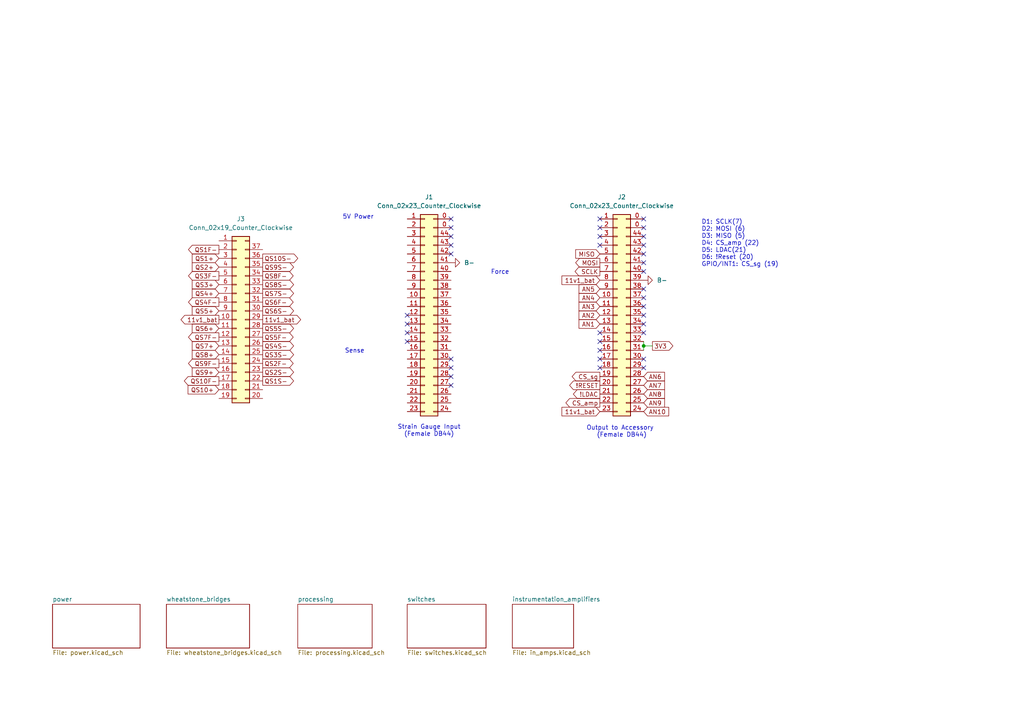
<source format=kicad_sch>
(kicad_sch (version 20231120) (generator "eeschema") (generator_version "8.0")
  (paper "A4")
  (lib_symbols
    (symbol "Conn_02x19_Counter_Clockwise_1" (pin_names (offset 1.016) hide)
      (property "Reference" "J3" (at 1.27 29.21 0))
      (property "Value" "Conn_02x19_Counter_Clockwise" (at 1.27 26.67 0))
      (symbol "Conn_02x19_Counter_Clockwise_1_1_1"
        (rectangle (start -1.27 -22.733) (end 0 -22.987) (stroke (width 0.1524)))
        (rectangle (start -1.27 -20.193) (end 0 -20.447) (stroke (width 0.1524)))
        (rectangle (start -1.27 -17.653) (end 0 -17.907) (stroke (width 0.1524)))
        (rectangle (start -1.27 -15.113) (end 0 -15.367) (stroke (width 0.1524)))
        (rectangle (start -1.27 -12.573) (end 0 -12.827) (stroke (width 0.1524)))
        (rectangle (start -1.27 -10.033) (end 0 -10.287) (stroke (width 0.1524)))
        (rectangle (start -1.27 -7.493) (end 0 -7.747) (stroke (width 0.1524)))
        (rectangle (start -1.27 -4.953) (end 0 -5.207) (stroke (width 0.1524)))
        (rectangle (start -1.27 -2.413) (end 0 -2.667) (stroke (width 0.1524)))
        (rectangle (start -1.27 0.127) (end 0 -0.127) (stroke (width 0.1524)))
        (rectangle (start -1.27 2.667) (end 0 2.413) (stroke (width 0.1524)))
        (rectangle (start -1.27 5.207) (end 0 4.953) (stroke (width 0.1524)))
        (rectangle (start -1.27 7.747) (end 0 7.493) (stroke (width 0.1524)))
        (rectangle (start -1.27 10.287) (end 0 10.033) (stroke (width 0.1524)))
        (rectangle (start -1.27 12.827) (end 0 12.573) (stroke (width 0.1524)))
        (rectangle (start -1.27 15.367) (end 0 15.113) (stroke (width 0.1524)))
        (rectangle (start -1.27 17.907) (end 0 17.653) (stroke (width 0.1524)))
        (rectangle (start -1.27 20.447) (end 0 20.193) (stroke (width 0.1524)))
        (rectangle (start -1.27 22.987) (end 0 22.733) (stroke (width 0.1524)))
        (rectangle (start -1.27 24.13) (end 3.81 -24.13) (stroke (width 0.254)) (fill (type background)))
        (rectangle (start 3.81 -22.733) (end 2.54 -22.987) (stroke (width 0.1524)))
        (rectangle (start 3.81 -20.193) (end 2.54 -20.447) (stroke (width 0.1524)))
        (rectangle (start 3.81 -17.653) (end 2.54 -17.907) (stroke (width 0.1524)))
        (rectangle (start 3.81 -15.113) (end 2.54 -15.367) (stroke (width 0.1524)))
        (rectangle (start 3.81 -12.573) (end 2.54 -12.827) (stroke (width 0.1524)))
        (rectangle (start 3.81 -10.033) (end 2.54 -10.287) (stroke (width 0.1524)))
        (rectangle (start 3.81 -7.493) (end 2.54 -7.747) (stroke (width 0.1524)))
        (rectangle (start 3.81 -4.953) (end 2.54 -5.207) (stroke (width 0.1524)))
        (rectangle (start 3.81 -2.413) (end 2.54 -2.667) (stroke (width 0.1524)))
        (rectangle (start 3.81 0.127) (end 2.54 -0.127) (stroke (width 0.1524)))
        (rectangle (start 3.81 2.667) (end 2.54 2.413) (stroke (width 0.1524)))
        (rectangle (start 3.81 5.207) (end 2.54 4.953) (stroke (width 0.1524)))
        (rectangle (start 3.81 7.747) (end 2.54 7.493) (stroke (width 0.1524)))
        (rectangle (start 3.81 10.287) (end 2.54 10.033) (stroke (width 0.1524)))
        (rectangle (start 3.81 12.827) (end 2.54 12.573) (stroke (width 0.1524)))
        (rectangle (start 3.81 15.367) (end 2.54 15.113) (stroke (width 0.1524)))
        (rectangle (start 3.81 17.907) (end 2.54 17.653) (stroke (width 0.1524)))
        (rectangle (start 3.81 20.447) (end 2.54 20.193) (stroke (width 0.1524)))
        (rectangle (start 3.81 22.987) (end 2.54 22.733) (stroke (width 0.1524)))
        (pin passive line (at -5.08 22.86 0) (length 3.81) (name "Pin_1") (number "1"))
        (pin passive line (at -5.08 0 0) (length 3.81) (name "Pin_10") (number "10"))
        (pin passive line (at -5.08 -2.54 0) (length 3.81) (name "Pin_11") (number "11"))
        (pin passive line (at -5.08 -5.08 0) (length 3.81) (name "Pin_12") (number "12"))
        (pin passive line (at -5.08 -7.62 0) (length 3.81) (name "Pin_13") (number "13"))
        (pin passive line (at -5.08 -10.16 0) (length 3.81) (name "Pin_14") (number "14"))
        (pin passive line (at -5.08 -12.7 0) (length 3.81) (name "Pin_15") (number "15"))
        (pin passive line (at -5.08 -15.24 0) (length 3.81) (name "Pin_16") (number "16"))
        (pin passive line (at -5.08 -17.78 0) (length 3.81) (name "Pin_17") (number "17"))
        (pin passive line (at -5.08 -20.32 0) (length 3.81) (name "Pin_18") (number "18"))
        (pin passive line (at -5.08 -22.86 0) (length 3.81) (name "Pin_19") (number "19"))
        (pin passive line (at -5.08 20.32 0) (length 3.81) (name "Pin_2") (number "2"))
        (pin passive line (at 7.62 -22.86 180) (length 3.81) (name "Pin_20") (number "20"))
        (pin passive line (at 7.62 -20.32 180) (length 3.81) (name "Pin_21") (number "21"))
        (pin passive line (at 7.62 -17.78 180) (length 3.81) (name "Pin_22") (number "22"))
        (pin passive line (at 7.62 -15.24 180) (length 3.81) (name "Pin_23") (number "23"))
        (pin passive line (at 7.62 -12.7 180) (length 3.81) (name "Pin_24") (number "24"))
        (pin passive line (at 7.62 -10.16 180) (length 3.81) (name "Pin_25") (number "25"))
        (pin passive line (at 7.62 -7.62 180) (length 3.81) (name "Pin_26") (number "26"))
        (pin passive line (at 7.62 -5.08 180) (length 3.81) (name "Pin_27") (number "27"))
        (pin passive line (at 7.62 -2.54 180) (length 3.81) (name "Pin_28") (number "28"))
        (pin passive line (at 7.62 0 180) (length 3.81) (name "Pin_29") (number "29"))
        (pin passive line (at -5.08 17.78 0) (length 3.81) (name "Pin_3") (number "3"))
        (pin passive line (at 7.62 2.54 180) (length 3.81) (name "Pin_30") (number "30"))
        (pin passive line (at 7.62 5.08 180) (length 3.81) (name "Pin_31") (number "31"))
        (pin passive line (at 7.62 7.62 180) (length 3.81) (name "Pin_32") (number "32"))
        (pin passive line (at 7.62 10.16 180) (length 3.81) (name "Pin_33") (number "33"))
        (pin passive line (at 7.62 12.7 180) (length 3.81) (name "Pin_34") (number "34"))
        (pin passive line (at 7.62 15.24 180) (length 3.81) (name "Pin_35") (number "35"))
        (pin passive line (at 7.62 17.78 180) (length 3.81) (name "Pin_36") (number "36"))
        (pin passive line (at 7.62 20.32 180) (length 3.81) (name "Pin_37") (number "37"))
        (pin passive line (at -5.08 15.24 0) (length 3.81) (name "Pin_4") (number "4"))
        (pin passive line (at -5.08 12.7 0) (length 3.81) (name "Pin_5") (number "5"))
        (pin passive line (at -5.08 10.16 0) (length 3.81) (name "Pin_6") (number "6"))
        (pin passive line (at -5.08 7.62 0) (length 3.81) (name "Pin_7") (number "7"))
        (pin passive line (at -5.08 5.08 0) (length 3.81) (name "Pin_8") (number "8"))
        (pin passive line (at -5.08 2.54 0) (length 3.81) (name "Pin_9") (number "9"))
      )
    )
    (symbol "Conn_02x23_Counter_Clockwise_1" (pin_names (offset 1.016) hide)
      (property "Reference" "J1" (at 1.27 34.29 0))
      (property "Value" "Conn_02x23_Counter_Clockwise" (at 1.27 31.75 0))
      (symbol "Conn_02x23_Counter_Clockwise_1_1_1"
        (rectangle (start -1.27 -27.813) (end 0 -28.067) (stroke (width 0.1524)))
        (rectangle (start -1.27 -25.273) (end 0 -25.527) (stroke (width 0.1524)))
        (rectangle (start -1.27 -22.733) (end 0 -22.987) (stroke (width 0.1524)))
        (rectangle (start -1.27 -20.193) (end 0 -20.447) (stroke (width 0.1524)))
        (rectangle (start -1.27 -17.653) (end 0 -17.907) (stroke (width 0.1524)))
        (rectangle (start -1.27 -15.113) (end 0 -15.367) (stroke (width 0.1524)))
        (rectangle (start -1.27 -12.573) (end 0 -12.827) (stroke (width 0.1524)))
        (rectangle (start -1.27 -10.033) (end 0 -10.287) (stroke (width 0.1524)))
        (rectangle (start -1.27 -7.493) (end 0 -7.747) (stroke (width 0.1524)))
        (rectangle (start -1.27 -4.953) (end 0 -5.207) (stroke (width 0.1524)))
        (rectangle (start -1.27 -2.413) (end 0 -2.667) (stroke (width 0.1524)))
        (rectangle (start -1.27 0.127) (end 0 -0.127) (stroke (width 0.1524)))
        (rectangle (start -1.27 2.667) (end 0 2.413) (stroke (width 0.1524)))
        (rectangle (start -1.27 5.207) (end 0 4.953) (stroke (width 0.1524)))
        (rectangle (start -1.27 7.747) (end 0 7.493) (stroke (width 0.1524)))
        (rectangle (start -1.27 10.287) (end 0 10.033) (stroke (width 0.1524)))
        (rectangle (start -1.27 12.827) (end 0 12.573) (stroke (width 0.1524)))
        (rectangle (start -1.27 15.367) (end 0 15.113) (stroke (width 0.1524)))
        (rectangle (start -1.27 17.907) (end 0 17.653) (stroke (width 0.1524)))
        (rectangle (start -1.27 20.447) (end 0 20.193) (stroke (width 0.1524)))
        (rectangle (start -1.27 22.987) (end 0 22.733) (stroke (width 0.1524)))
        (rectangle (start -1.27 25.527) (end 0 25.273) (stroke (width 0.1524)))
        (rectangle (start -1.27 28.067) (end 0 27.813) (stroke (width 0.1524)))
        (rectangle (start -1.27 29.21) (end 3.81 -29.21) (stroke (width 0.254)) (fill (type background)))
        (rectangle (start 3.81 -27.813) (end 2.54 -28.067) (stroke (width 0.1524)))
        (rectangle (start 3.81 -25.273) (end 2.54 -25.527) (stroke (width 0.1524)))
        (rectangle (start 3.81 -22.733) (end 2.54 -22.987) (stroke (width 0.1524)))
        (rectangle (start 3.81 -20.193) (end 2.54 -20.447) (stroke (width 0.1524)))
        (rectangle (start 3.81 -17.653) (end 2.54 -17.907) (stroke (width 0.1524)))
        (rectangle (start 3.81 -15.113) (end 2.54 -15.367) (stroke (width 0.1524)))
        (rectangle (start 3.81 -12.573) (end 2.54 -12.827) (stroke (width 0.1524)))
        (rectangle (start 3.81 -10.033) (end 2.54 -10.287) (stroke (width 0.1524)))
        (rectangle (start 3.81 -7.493) (end 2.54 -7.747) (stroke (width 0.1524)))
        (rectangle (start 3.81 -4.953) (end 2.54 -5.207) (stroke (width 0.1524)))
        (rectangle (start 3.81 -2.413) (end 2.54 -2.667) (stroke (width 0.1524)))
        (rectangle (start 3.81 0.127) (end 2.54 -0.127) (stroke (width 0.1524)))
        (rectangle (start 3.81 2.667) (end 2.54 2.413) (stroke (width 0.1524)))
        (rectangle (start 3.81 5.207) (end 2.54 4.953) (stroke (width 0.1524)))
        (rectangle (start 3.81 7.747) (end 2.54 7.493) (stroke (width 0.1524)))
        (rectangle (start 3.81 10.287) (end 2.54 10.033) (stroke (width 0.1524)))
        (rectangle (start 3.81 12.827) (end 2.54 12.573) (stroke (width 0.1524)))
        (rectangle (start 3.81 15.367) (end 2.54 15.113) (stroke (width 0.1524)))
        (rectangle (start 3.81 17.907) (end 2.54 17.653) (stroke (width 0.1524)))
        (rectangle (start 3.81 20.447) (end 2.54 20.193) (stroke (width 0.1524)))
        (rectangle (start 3.81 22.987) (end 2.54 22.733) (stroke (width 0.1524)))
        (rectangle (start 3.81 25.527) (end 2.54 25.273) (stroke (width 0.1524)))
        (rectangle (start 3.81 28.067) (end 2.54 27.813) (stroke (width 0.1524)))
        (pin passive line (at 7.62 25.4 180) (length 3.81) (name "Pin_0") (number "0"))
        (pin passive line (at 7.62 27.94 180) (length 3.81) (name "Pin_0") (number "0"))
        (pin passive line (at -5.08 27.94 0) (length 3.81) (name "Pin_1") (number "1"))
        (pin passive line (at -5.08 5.08 0) (length 3.81) (name "Pin_10") (number "10"))
        (pin passive line (at -5.08 2.54 0) (length 3.81) (name "Pin_11") (number "11"))
        (pin passive line (at -5.08 0 0) (length 3.81) (name "Pin_12") (number "12"))
        (pin passive line (at -5.08 -2.54 0) (length 3.81) (name "Pin_13") (number "13"))
        (pin passive line (at -5.08 -5.08 0) (length 3.81) (name "Pin_14") (number "14"))
        (pin passive line (at -5.08 -7.62 0) (length 3.81) (name "Pin_15") (number "15"))
        (pin passive line (at -5.08 -10.16 0) (length 3.81) (name "Pin_16") (number "16"))
        (pin passive line (at -5.08 -12.7 0) (length 3.81) (name "Pin_17") (number "17"))
        (pin passive line (at -5.08 -15.24 0) (length 3.81) (name "Pin_18") (number "18"))
        (pin passive line (at -5.08 -17.78 0) (length 3.81) (name "Pin_19") (number "19"))
        (pin passive line (at -5.08 25.4 0) (length 3.81) (name "Pin_2") (number "2"))
        (pin passive line (at -5.08 -20.32 0) (length 3.81) (name "Pin_20") (number "20"))
        (pin passive line (at -5.08 -22.86 0) (length 3.81) (name "Pin_21") (number "21"))
        (pin passive line (at -5.08 -25.4 0) (length 3.81) (name "Pin_22") (number "22"))
        (pin passive line (at -5.08 -27.94 0) (length 3.81) (name "Pin_23") (number "23"))
        (pin passive line (at 7.62 -27.94 180) (length 3.81) (name "Pin_24") (number "24"))
        (pin passive line (at 7.62 -25.4 180) (length 3.81) (name "Pin_25") (number "25"))
        (pin passive line (at 7.62 -22.86 180) (length 3.81) (name "Pin_26") (number "26"))
        (pin passive line (at 7.62 -20.32 180) (length 3.81) (name "Pin_27") (number "27"))
        (pin passive line (at 7.62 -17.78 180) (length 3.81) (name "Pin_28") (number "28"))
        (pin passive line (at 7.62 -15.24 180) (length 3.81) (name "Pin_29") (number "29"))
        (pin passive line (at -5.08 22.86 0) (length 3.81) (name "Pin_3") (number "3"))
        (pin passive line (at 7.62 -12.7 180) (length 3.81) (name "Pin_30") (number "30"))
        (pin passive line (at 7.62 -10.16 180) (length 3.81) (name "Pin_31") (number "31"))
        (pin passive line (at 7.62 -7.62 180) (length 3.81) (name "Pin_32") (number "32"))
        (pin passive line (at 7.62 -5.08 180) (length 3.81) (name "Pin_33") (number "33"))
        (pin passive line (at 7.62 -2.54 180) (length 3.81) (name "Pin_34") (number "34"))
        (pin passive line (at 7.62 0 180) (length 3.81) (name "Pin_35") (number "35"))
        (pin passive line (at 7.62 2.54 180) (length 3.81) (name "Pin_36") (number "36"))
        (pin passive line (at 7.62 5.08 180) (length 3.81) (name "Pin_37") (number "37"))
        (pin passive line (at 7.62 7.62 180) (length 3.81) (name "Pin_38") (number "38"))
        (pin passive line (at 7.62 10.16 180) (length 3.81) (name "Pin_39") (number "39"))
        (pin passive line (at -5.08 20.32 0) (length 3.81) (name "Pin_4") (number "4"))
        (pin passive line (at 7.62 12.7 180) (length 3.81) (name "Pin_40") (number "40"))
        (pin passive line (at 7.62 15.24 180) (length 3.81) (name "Pin_41") (number "41"))
        (pin passive line (at 7.62 17.78 180) (length 3.81) (name "Pin_42") (number "42"))
        (pin passive line (at 7.62 20.32 180) (length 3.81) (name "Pin_43") (number "43"))
        (pin passive line (at 7.62 22.86 180) (length 3.81) (name "Pin_44") (number "44"))
        (pin passive line (at -5.08 17.78 0) (length 3.81) (name "Pin_5") (number "5"))
        (pin passive line (at -5.08 15.24 0) (length 3.81) (name "Pin_6") (number "6"))
        (pin passive line (at -5.08 12.7 0) (length 3.81) (name "Pin_7") (number "7"))
        (pin passive line (at -5.08 10.16 0) (length 3.81) (name "Pin_8") (number "8"))
        (pin passive line (at -5.08 7.62 0) (length 3.81) (name "Pin_9") (number "9"))
      )
    )
    (symbol "power:GND" (power) (pin_numbers hide) (pin_names (offset 0) hide)
      (property "Value" "GND" (at 0 -3.81 0))
      (symbol "GND_0_1"
        (polyline (pts (xy 0 0) (xy 0 -1.27) (xy 1.27 -1.27) (xy 0 -2.54) (xy -1.27 -1.27) (xy 0 -1.27)))
      )
      (symbol "GND_1_1"
        (pin power_in line (at 0 0 270) (length 0) (name "~") (number "1"))
      )
    )
  )
  (junction (at 186.69 100.33))
  (no_connect (at 173.99 101.6))
  (no_connect (at 130.81 106.68))
  (no_connect (at 130.81 73.66))
  (no_connect (at 130.81 63.5))
  (no_connect (at 186.69 78.74))
  (no_connect (at 130.81 71.12))
  (no_connect (at 118.11 91.44))
  (no_connect (at 186.69 63.5))
  (no_connect (at 186.69 106.68))
  (no_connect (at 186.69 73.66))
  (no_connect (at 173.99 96.52))
  (no_connect (at 186.69 71.12))
  (no_connect (at 130.81 111.76))
  (no_connect (at 186.69 83.82))
  (no_connect (at 186.69 93.98))
  (no_connect (at 186.69 76.2))
  (no_connect (at 173.99 71.12))
  (no_connect (at 186.69 96.52))
  (no_connect (at 173.99 68.58))
  (no_connect (at 118.11 96.52))
  (no_connect (at 130.81 109.22))
  (no_connect (at 173.99 66.04))
  (no_connect (at 173.99 63.5))
  (no_connect (at 118.11 99.06))
  (no_connect (at 130.81 104.14))
  (no_connect (at 186.69 104.14))
  (no_connect (at 130.81 66.04))
  (no_connect (at 130.81 68.58))
  (no_connect (at 186.69 91.44))
  (no_connect (at 173.99 104.14))
  (no_connect (at 118.11 93.98))
  (no_connect (at 173.99 99.06))
  (no_connect (at 173.99 106.68))
  (no_connect (at 186.69 88.9))
  (no_connect (at 186.69 68.58))
  (no_connect (at 186.69 66.04))
  (no_connect (at 186.69 86.36))
  (wire (pts (xy 186.69 99.06) (xy 186.69 100.33)))
  (wire (pts (xy 186.69 100.33) (xy 189.23 100.33)))
  (wire (pts (xy 186.69 100.33) (xy 186.69 101.6)))
  (text "Sense" (at 102.87 101.854 0) (effects (font (size 1.27 1.27))))
  (text "Strain Gauge Input\n(Female DB44)" (at 124.46 124.968 0) (effects (font (size 1.27 1.27))))
  (text "Output to Accessory \n(Female DB44)" (at 180.34 125.222 0) (effects (font (size 1.27 1.27))))
  (text "5V Power" (at 103.886 62.992 0) (effects (font (size 1.27 1.27))))
  (text "D1: SCLK(7)\nD2: MOSI (6)\nD3: MISO (5)\nD4: CS_amp (22)\nD5: LDAC(21)\nD6: !Reset (20)\nGPIO/INT1: CS_sg (19)" (at 203.454 70.612 0) (effects (font (size 1.27 1.27)) (justify left)))
  (text "Force" (at 145.034 78.994 0) (effects (font (size 1.27 1.27))))
  (global_label "QS9+" (shape input) (at 63.5 107.95 180) (property "Intersheetrefs" "${INTERSHEET_REFS}" (effects (hide yes))))
  (global_label "QS8S-" (shape output) (at 76.2 82.55 0) (property "Intersheetrefs" "${INTERSHEET_REFS}" (effects (hide yes))))
  (global_label "QS8F-" (shape output) (at 76.2 80.01 0) (property "Intersheetrefs" "${INTERSHEET_REFS}" (effects (hide yes))))
  (global_label "AN7" (shape input) (at 186.69 111.76 0) (property "Intersheetrefs" "${INTERSHEET_REFS}" (effects (hide yes))))
  (global_label "QS6S-" (shape output) (at 76.2 90.17 0) (property "Intersheetrefs" "${INTERSHEET_REFS}" (effects (hide yes))))
  (global_label "AN4" (shape input) (at 173.99 86.36 180) (property "Intersheetrefs" "${INTERSHEET_REFS}" (effects (hide yes))))
  (global_label "QS4F-" (shape output) (at 63.5 87.63 180) (property "Intersheetrefs" "${INTERSHEET_REFS}" (effects (hide yes))))
  (global_label "AN9" (shape input) (at 186.69 116.84 0) (property "Intersheetrefs" "${INTERSHEET_REFS}" (effects (hide yes))))
  (global_label "QS9S-" (shape output) (at 76.2 77.47 0) (property "Intersheetrefs" "${INTERSHEET_REFS}" (effects (hide yes))))
  (global_label "QS5+" (shape input) (at 63.5 90.17 180) (property "Intersheetrefs" "${INTERSHEET_REFS}" (effects (hide yes))))
  (global_label "!LDAC" (shape output) (at 173.99 114.3 180) (property "Intersheetrefs" "${INTERSHEET_REFS}" (effects (hide yes))))
  (global_label "3V3" (shape output) (at 189.23 100.33 0) (property "Intersheetrefs" "${INTERSHEET_REFS}" (effects (hide yes))))
  (global_label "!RESET" (shape output) (at 173.99 111.76 180) (property "Intersheetrefs" "${INTERSHEET_REFS}" (effects (hide yes))))
  (global_label "QS1+" (shape input) (at 63.5 74.93 180) (property "Intersheetrefs" "${INTERSHEET_REFS}" (effects (hide yes))))
  (global_label "QS9F-" (shape output) (at 63.5 105.41 180) (property "Intersheetrefs" "${INTERSHEET_REFS}" (effects (hide yes))))
  (global_label "QS7S-" (shape output) (at 76.2 85.09 0) (property "Intersheetrefs" "${INTERSHEET_REFS}" (effects (hide yes))))
  (global_label "QS1S-" (shape output) (at 76.2 110.49 0) (property "Intersheetrefs" "${INTERSHEET_REFS}" (effects (hide yes))))
  (global_label "AN2" (shape input) (at 173.99 91.44 180) (property "Intersheetrefs" "${INTERSHEET_REFS}" (effects (hide yes))))
  (global_label "AN10" (shape input) (at 186.69 119.38 0) (property "Intersheetrefs" "${INTERSHEET_REFS}" (effects (hide yes))))
  (global_label "MOSI" (shape output) (at 173.99 76.2 180) (property "Intersheetrefs" "${INTERSHEET_REFS}" (effects (hide yes))))
  (global_label "QS5F-" (shape output) (at 76.2 97.79 0) (property "Intersheetrefs" "${INTERSHEET_REFS}" (effects (hide yes))))
  (global_label "QS2+" (shape input) (at 63.5 77.47 180) (property "Intersheetrefs" "${INTERSHEET_REFS}" (effects (hide yes))))
  (global_label "CS_amp" (shape output) (at 173.99 116.84 180) (property "Intersheetrefs" "${INTERSHEET_REFS}" (effects (hide yes))))
  (global_label "QS7+" (shape input) (at 63.5 100.33 180) (property "Intersheetrefs" "${INTERSHEET_REFS}" (effects (hide yes))))
  (global_label "QS4S-" (shape output) (at 76.2 100.33 0) (property "Intersheetrefs" "${INTERSHEET_REFS}" (effects (hide yes))))
  (global_label "QS2S-" (shape output) (at 76.2 107.95 0) (property "Intersheetrefs" "${INTERSHEET_REFS}" (effects (hide yes))))
  (global_label "QS2F-" (shape output) (at 76.2 105.41 0) (property "Intersheetrefs" "${INTERSHEET_REFS}" (effects (hide yes))))
  (global_label "11v1_bat" (shape output) (at 76.2 92.71 0) (property "Intersheetrefs" "${INTERSHEET_REFS}" (effects (hide yes))))
  (global_label "AN1" (shape input) (at 173.99 93.98 180) (property "Intersheetrefs" "${INTERSHEET_REFS}" (effects (hide yes))))
  (global_label "MISO" (shape input) (at 173.99 73.66 180) (property "Intersheetrefs" "${INTERSHEET_REFS}" (effects (hide yes))))
  (global_label "QS5S-" (shape output) (at 76.2 95.25 0) (property "Intersheetrefs" "${INTERSHEET_REFS}" (effects (hide yes))))
  (global_label "AN5" (shape input) (at 173.99 83.82 180) (property "Intersheetrefs" "${INTERSHEET_REFS}" (effects (hide yes))))
  (global_label "QS7F-" (shape output) (at 63.5 97.79 180) (property "Intersheetrefs" "${INTERSHEET_REFS}" (effects (hide yes))))
  (global_label "11v1_bat" (shape input) (at 173.99 81.28 180) (property "Intersheetrefs" "${INTERSHEET_REFS}" (effects (hide yes))))
  (global_label "QS10F-" (shape output) (at 63.5 110.49 180) (property "Intersheetrefs" "${INTERSHEET_REFS}" (effects (hide yes))))
  (global_label "SCLK" (shape output) (at 173.99 78.74 180) (property "Intersheetrefs" "${INTERSHEET_REFS}" (effects (hide yes))))
  (global_label "QS8+" (shape input) (at 63.5 102.87 180) (property "Intersheetrefs" "${INTERSHEET_REFS}" (effects (hide yes))))
  (global_label "11v1_bat" (shape input) (at 173.99 119.38 180) (property "Intersheetrefs" "${INTERSHEET_REFS}" (effects (hide yes))))
  (global_label "QS6+" (shape input) (at 63.5 95.25 180) (property "Intersheetrefs" "${INTERSHEET_REFS}" (effects (hide yes))))
  (global_label "QS10S-" (shape output) (at 76.2 74.93 0) (property "Intersheetrefs" "${INTERSHEET_REFS}" (effects (hide yes))))
  (global_label "QS3+" (shape input) (at 63.5 82.55 180) (property "Intersheetrefs" "${INTERSHEET_REFS}" (effects (hide yes))))
  (global_label "AN3" (shape input) (at 173.99 88.9 180) (property "Intersheetrefs" "${INTERSHEET_REFS}" (effects (hide yes))))
  (global_label "11v1_bat" (shape output) (at 63.5 92.71 180) (property "Intersheetrefs" "${INTERSHEET_REFS}" (effects (hide yes))))
  (global_label "AN6" (shape input) (at 186.69 109.22 0) (property "Intersheetrefs" "${INTERSHEET_REFS}" (effects (hide yes))))
  (global_label "AN8" (shape input) (at 186.69 114.3 0) (property "Intersheetrefs" "${INTERSHEET_REFS}" (effects (hide yes))))
  (global_label "CS_sg" (shape output) (at 173.99 109.22 180) (property "Intersheetrefs" "${INTERSHEET_REFS}" (effects (hide yes))))
  (global_label "QS10+" (shape input) (at 63.5 113.03 180) (property "Intersheetrefs" "${INTERSHEET_REFS}" (effects (hide yes))))
  (global_label "QS6F-" (shape output) (at 76.2 87.63 0) (property "Intersheetrefs" "${INTERSHEET_REFS}" (effects (hide yes))))
  (global_label "QS1F-" (shape output) (at 63.5 72.39 180) (property "Intersheetrefs" "${INTERSHEET_REFS}" (effects (hide yes))))
  (global_label "QS3S-" (shape output) (at 76.2 102.87 0) (property "Intersheetrefs" "${INTERSHEET_REFS}" (effects (hide yes))))
  (global_label "QS4+" (shape input) (at 63.5 85.09 180) (property "Intersheetrefs" "${INTERSHEET_REFS}" (effects (hide yes))))
  (global_label "QS3F-" (shape output) (at 63.5 80.01 180) (property "Intersheetrefs" "${INTERSHEET_REFS}" (effects (hide yes))))
  (symbol (lib_name "Conn_02x23_Counter_Clockwise_1") (lib_id "Connector_Generic:Conn_02x23_Counter_Clockwise") (at 123.19 91.44 0) (unit 1)
    (property "Reference" "J1" (at 124.46 57.15 0))
    (property "Value" "Conn_02x23_Counter_Clockwise" (at 124.46 59.69 0))
    (property "Footprint" "Connector_Dsub:DSUB-44-HD_Female_Horizontal_P2.29x1.98mm_EdgePinOffset3.03mm_Housed_MountingHolesOffset4.94mm" (effects (hide yes)))
    (property "Description" "Generic connector, double row, 02x23, counter clockwise pin numbering scheme (similar to DIP package numbering), script generated (kicad-library-utils/schlib/autogen/connector/)" (effects (hide yes)))
  )
  (symbol (lib_name "Conn_02x19_Counter_Clockwise_1") (lib_id "Connector_Generic:Conn_02x19_Counter_Clockwise") (at 68.58 92.71 0) (unit 1)
    (property "Reference" "J3" (at 69.85 63.5 0))
    (property "Value" "Conn_02x19_Counter_Clockwise" (at 69.85 66.04 0))
    (property "Footprint" "Connector_Dsub:DSUB-37_Female_Horizontal_P2.77x2.54mm_EdgePinOffset9.40mm" (effects (hide yes)))
    (property "Description" "Generic connector, double row, 02x19, counter clockwise pin numbering scheme (similar to DIP package numbering), script generated (kicad-library-utils/schlib/autogen/connector/)" (effects (hide yes)))
  )
  (symbol (lib_id "power:GND") (at 186.69 81.28 90) (unit 1)
    (property "Reference" "#PWR0107" (effects (hide yes)))
    (property "Value" "B-" (at 190.5 81.2799 90) (effects (justify right)))
    (property "Description" "Power symbol creates a global label with name \"GND\" , ground" (effects (hide yes)))
  )
  (symbol (lib_id "power:GND") (at 130.81 76.2 90) (unit 1)
    (property "Reference" "#PWR01" (effects (hide yes)))
    (property "Value" "B-" (at 134.62 76.1999 90) (effects (justify right)))
    (property "Description" "Power symbol creates a global label with name \"GND\" , ground" (effects (hide yes)))
  )
  (symbol (lib_name "Conn_02x23_Counter_Clockwise_1") (lib_id "Connector_Generic:Conn_02x23_Counter_Clockwise") (at 179.07 91.44 0) (unit 1)
    (property "Reference" "J2" (at 180.34 57.15 0))
    (property "Value" "Conn_02x23_Counter_Clockwise" (at 180.34 59.69 0))
    (property "Footprint" "Connector_Dsub:DSUB-44-HD_Female_Horizontal_P2.29x1.98mm_EdgePinOffset3.03mm_Housed_MountingHolesOffset4.94mm" (effects (hide yes)))
    (property "Description" "Generic connector, double row, 02x23, counter clockwise pin numbering scheme (similar to DIP package numbering), script generated (kicad-library-utils/schlib/autogen/connector/)" (effects (hide yes)))
  )
  (sheet (at 148.59 175.26) (size 17.78 12.7) (stroke (width 0.1524))
    (property "Sheetname" "instrumentation_amplifiers" (at 148.59 174.5484 0) (effects (justify left bottom)))
    (property "Sheetfile" "in_amps.kicad_sch" (at 148.59 188.5446 0) (effects (justify left top)))
  )
  (sheet (at 86.36 175.26) (size 21.59 12.7) (stroke (width 0.1524))
    (property "Sheetname" "processing" (at 86.36 174.5484 0) (effects (justify left bottom)))
    (property "Sheetfile" "processing.kicad_sch" (at 86.36 188.5446 0) (effects (justify left top)))
  )
  (sheet (at 48.26 175.26) (size 24.13 12.7) (stroke (width 0.1524))
    (property "Sheetname" "wheatstone_bridges" (at 48.26 174.5484 0) (effects (justify left bottom)))
    (property "Sheetfile" "wheatstone_bridges.kicad_sch" (at 48.26 188.5446 0) (effects (justify left top)))
  )
  (sheet (at 118.11 175.26) (size 22.86 12.7) (stroke (width 0.1524))
    (property "Sheetname" "switches" (at 118.11 174.5484 0) (effects (justify left bottom)))
    (property "Sheetfile" "switches.kicad_sch" (at 118.11 188.5446 0) (effects (justify left top)))
  )
  (sheet (at 15.24 175.26) (size 25.4 12.7) (stroke (width 0.1524))
    (property "Sheetname" "power" (at 15.24 174.5484 0) (effects (justify left bottom)))
    (property "Sheetfile" "power.kicad_sch" (at 15.24 188.5446 0) (effects (justify left top)))
  )
)
</source>
